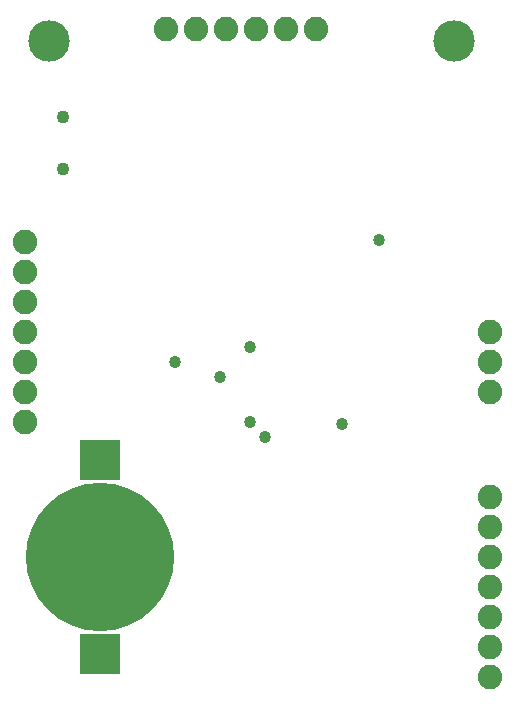
<source format=gbs>
G75*
%MOIN*%
%OFA0B0*%
%FSLAX25Y25*%
%IPPOS*%
%LPD*%
%AMOC8*
5,1,8,0,0,1.08239X$1,22.5*
%
%ADD10C,0.25800*%
%ADD11R,0.13398X0.13398*%
%ADD12C,0.49465*%
%ADD13C,0.13800*%
%ADD14C,0.08200*%
%ADD15C,0.04343*%
%ADD16C,0.04048*%
D10*
X0056964Y0048000D03*
D11*
X0056964Y0015617D03*
X0056964Y0080383D03*
D12*
X0056964Y0048000D03*
D13*
X0039995Y0219969D03*
X0174995Y0219969D03*
D14*
X0129090Y0223906D03*
X0119090Y0223906D03*
X0109090Y0223906D03*
X0099090Y0223906D03*
X0089090Y0223906D03*
X0079090Y0223906D03*
X0031964Y0153000D03*
X0031964Y0143000D03*
X0031964Y0133000D03*
X0031964Y0123000D03*
X0031964Y0113000D03*
X0031964Y0103000D03*
X0031964Y0093000D03*
X0186964Y0103000D03*
X0186964Y0113000D03*
X0186964Y0123000D03*
X0186964Y0068000D03*
X0186964Y0058000D03*
X0186964Y0048000D03*
X0186964Y0038000D03*
X0186964Y0028000D03*
X0186964Y0018000D03*
X0186964Y0008000D03*
D15*
X0044838Y0177409D03*
X0044838Y0194732D03*
D16*
X0106964Y0118000D03*
X0096964Y0108000D03*
X0106964Y0093000D03*
X0111964Y0088000D03*
X0137791Y0092173D03*
X0150126Y0153690D03*
X0081964Y0113000D03*
M02*

</source>
